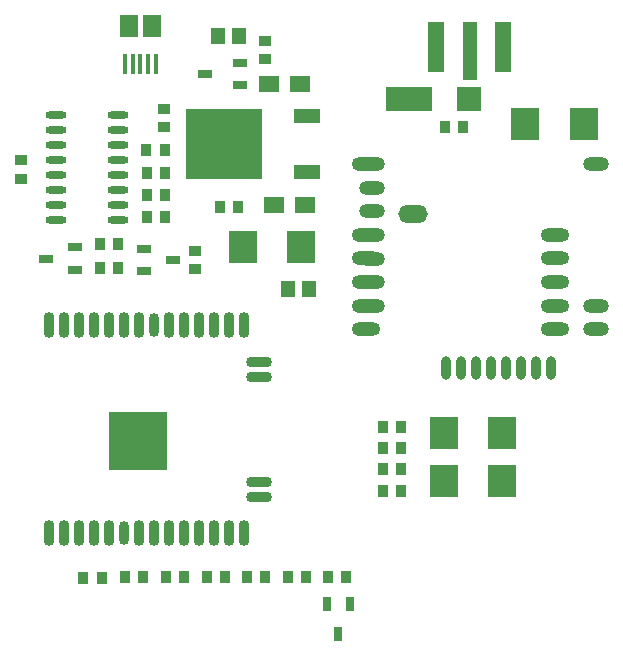
<source format=gbr>
G04 #@! TF.GenerationSoftware,KiCad,Pcbnew,(5.1.6)-1*
G04 #@! TF.CreationDate,2020-07-19T17:34:05+08:00*
G04 #@! TF.ProjectId,ESP32GW,45535033-3247-4572-9e6b-696361645f70,rev?*
G04 #@! TF.SameCoordinates,Original*
G04 #@! TF.FileFunction,Paste,Top*
G04 #@! TF.FilePolarity,Positive*
%FSLAX46Y46*%
G04 Gerber Fmt 4.6, Leading zero omitted, Abs format (unit mm)*
G04 Created by KiCad (PCBNEW (5.1.6)-1) date 2020-07-19 17:34:05*
%MOMM*%
%LPD*%
G01*
G04 APERTURE LIST*
%ADD10O,0.900000X2.200000*%
%ADD11O,0.900000X2.000000*%
%ADD12O,2.200000X0.900000*%
%ADD13R,5.000000X5.000000*%
%ADD14O,2.400000X1.200000*%
%ADD15R,2.400000X2.800000*%
%ADD16O,1.800000X0.600000*%
%ADD17O,2.200000X1.200000*%
%ADD18R,0.930000X0.980000*%
%ADD19R,1.160000X1.470000*%
%ADD20R,0.980000X0.930000*%
%ADD21R,1.150000X0.650000*%
%ADD22R,1.800000X1.350000*%
%ADD23R,2.000000X2.000000*%
%ADD24R,4.000000X2.000000*%
%ADD25O,2.500000X1.500000*%
%ADD26O,0.800000X2.000000*%
%ADD27R,1.500000X1.900000*%
%ADD28R,0.400000X1.800000*%
%ADD29R,0.700000X1.250000*%
%ADD30R,1.270000X5.000000*%
%ADD31R,1.350000X4.200000*%
%ADD32R,2.200000X1.200000*%
%ADD33R,6.499990X6.000000*%
%ADD34R,1.250000X0.700000*%
G04 APERTURE END LIST*
D10*
X122814700Y-97675020D03*
X124084700Y-97675020D03*
X125354700Y-97675020D03*
X126624700Y-97675020D03*
X127894700Y-97675020D03*
X129164700Y-97675020D03*
X130434700Y-97675020D03*
D11*
X131704700Y-97675020D03*
D10*
X132974700Y-97675020D03*
X134244700Y-97675020D03*
X135514700Y-97675020D03*
X136784700Y-97675020D03*
X138054700Y-97675020D03*
X139324700Y-97675020D03*
D12*
X140624700Y-100760020D03*
X140624700Y-102030020D03*
X140624700Y-110920020D03*
X140624700Y-112190020D03*
D10*
X139324700Y-115275020D03*
X138054700Y-115275020D03*
X136784700Y-115275020D03*
X135514700Y-115275020D03*
X134244700Y-115275020D03*
X132974700Y-115275020D03*
X131704700Y-115275020D03*
X130434700Y-115275020D03*
D11*
X129164700Y-115275020D03*
D10*
X127894700Y-115275020D03*
X126624700Y-115275020D03*
X125354700Y-115275020D03*
X124084700Y-115275020D03*
X122814700Y-115275020D03*
D13*
X130314700Y-107475020D03*
D14*
X165694900Y-98018120D03*
X149694900Y-98018120D03*
X165694900Y-96018120D03*
X165694900Y-94018120D03*
X165694900Y-92018120D03*
X165694900Y-90018120D03*
X149694900Y-96018120D03*
X149694900Y-94018120D03*
X149694900Y-92018120D03*
X149694900Y-90018120D03*
X149694900Y-84018120D03*
D15*
X168079420Y-80624680D03*
X163119420Y-80624680D03*
D16*
X123430680Y-79885540D03*
X123430680Y-81155540D03*
X123430680Y-82425540D03*
X123430680Y-83695540D03*
X123430680Y-84965540D03*
X123430680Y-86235540D03*
X123430680Y-87505540D03*
X123430680Y-88775540D03*
X128630680Y-88775540D03*
X128630680Y-87505540D03*
X128630680Y-86235540D03*
X128630680Y-84965540D03*
X128630680Y-83695540D03*
X128630680Y-82425540D03*
X128630680Y-81155540D03*
X128630680Y-79885540D03*
D17*
X150190340Y-96026220D03*
X150190340Y-94026220D03*
X150190340Y-92026220D03*
X150190340Y-90026220D03*
X150190340Y-88026220D03*
X150190340Y-86026220D03*
X150190340Y-84026220D03*
X169090340Y-84026220D03*
X169090340Y-96026220D03*
X169090340Y-98026220D03*
D18*
X157881320Y-80883760D03*
X156341320Y-80883760D03*
D19*
X143071120Y-94584520D03*
X144851120Y-94584520D03*
D20*
X120416320Y-83712560D03*
X120416320Y-85252560D03*
D18*
X131071620Y-82859880D03*
X132611620Y-82859880D03*
X132623560Y-86669880D03*
X131083560Y-86669880D03*
X132624320Y-84777580D03*
X131084320Y-84777580D03*
X131096640Y-88539320D03*
X132636640Y-88539320D03*
D20*
X135209280Y-91396440D03*
X135209280Y-92936440D03*
D21*
X139004040Y-77363320D03*
X139004040Y-75463320D03*
X136054040Y-76413320D03*
D19*
X138905980Y-73192640D03*
X137125980Y-73192640D03*
D15*
X161207140Y-106801920D03*
X156247140Y-106801920D03*
X139230720Y-91059000D03*
X144190720Y-91059000D03*
D22*
X144458680Y-87530940D03*
X141838680Y-87530940D03*
X144086580Y-77274420D03*
X141466580Y-77274420D03*
D23*
X158402020Y-78549500D03*
D24*
X153302020Y-78549500D03*
D25*
X153631900Y-88244680D03*
D26*
X156456380Y-101328220D03*
X157726380Y-101328220D03*
X158996380Y-101328220D03*
X160266380Y-101328220D03*
X161536380Y-101328220D03*
X162806380Y-101328220D03*
X164076380Y-101328220D03*
X165346380Y-101328220D03*
D18*
X125730000Y-119049800D03*
X127270000Y-119049800D03*
X151059920Y-106267958D03*
X152599920Y-106267958D03*
X152610080Y-108076438D03*
X151070080Y-108076438D03*
X152612620Y-109877298D03*
X151072620Y-109877298D03*
X151077320Y-111675618D03*
X152617320Y-111675618D03*
D27*
X129551480Y-72377100D03*
D28*
X131201480Y-75577100D03*
X131851480Y-75577100D03*
X129251480Y-75577100D03*
X129901480Y-75577100D03*
X130551480Y-75577100D03*
D27*
X131551480Y-72377100D03*
D29*
X148277620Y-121309760D03*
X146377620Y-121309760D03*
X147327620Y-123809760D03*
D18*
X146464020Y-118996460D03*
X148004020Y-118996460D03*
D30*
X158440540Y-74494340D03*
D31*
X155615540Y-74094340D03*
X161265540Y-74094340D03*
D15*
X161184280Y-110848140D03*
X156224280Y-110848140D03*
D32*
X144624820Y-84685200D03*
D33*
X137624820Y-82323940D03*
D32*
X144620650Y-79962650D03*
D34*
X133353180Y-92151240D03*
X130853180Y-93101240D03*
X130853180Y-91201240D03*
X125026740Y-92984360D03*
X125026740Y-91084360D03*
X122526740Y-92034360D03*
D18*
X138849100Y-87624920D03*
X137309100Y-87624920D03*
D20*
X132582920Y-79379700D03*
X132582920Y-80919700D03*
X141069060Y-73588500D03*
X141069060Y-75128500D03*
D18*
X130789680Y-118996460D03*
X129249680Y-118996460D03*
X132693920Y-118988840D03*
X134233920Y-118988840D03*
X143052040Y-118999000D03*
X144592040Y-118999000D03*
X139590400Y-118999000D03*
X141130400Y-118999000D03*
X136161020Y-119009160D03*
X137701020Y-119009160D03*
X127147320Y-92824300D03*
X128687320Y-92824300D03*
X127137160Y-90810080D03*
X128677160Y-90810080D03*
M02*

</source>
